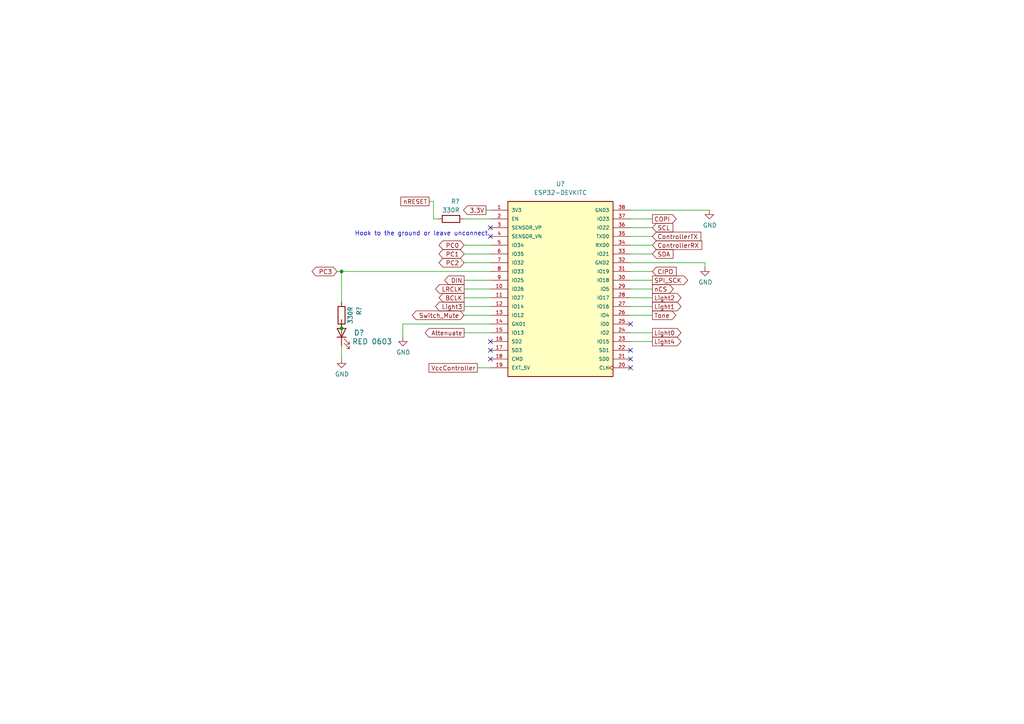
<source format=kicad_sch>
(kicad_sch (version 20211123) (generator eeschema)
  (paper "A4")
  (lib_symbols
    (symbol "Device:LED" (pin_numbers hide) (pin_names (offset 1.016) hide)
      (property "Reference" "D" (at 0 2.54 0))
      (property "Value" "LED" (at 0 -2.54 0))
      (symbol "LED_0_1"
        (polyline (pts (xy -1.27 -1.27) (xy -1.27 1.27)) (stroke (width 0.254)))
        (polyline (pts (xy -1.27 0) (xy 1.27 0)))
        (polyline (pts (xy 1.27 -1.27) (xy 1.27 1.27) (xy -1.27 0) (xy 1.27 -1.27)) (stroke (width 0.254)))
        (polyline (pts (xy -3.048 -0.762) (xy -4.572 -2.286) (xy -3.81 -2.286) (xy -4.572 -2.286) (xy -4.572 -1.524)))
        (polyline (pts (xy -1.778 -0.762) (xy -3.302 -2.286) (xy -2.54 -2.286) (xy -3.302 -2.286) (xy -3.302 -1.524)))
      )
      (symbol "LED_1_1"
        (pin passive line (at -3.81 0 0) (length 2.54) (name "K") (number "1"))
        (pin passive line (at 3.81 0 180) (length 2.54) (name "A") (number "2"))
      )
    )
    (symbol "Device:R" (pin_numbers hide) (pin_names (offset 0))
      (property "Reference" "R" (at 2.032 0 90))
      (property "Value" "R" (at 0 0 90))
      (symbol "R_0_1"
        (rectangle (start -1.016 -2.54) (end 1.016 2.54) (stroke (width 0.254)))
      )
      (symbol "R_1_1"
        (pin passive line (at 0 3.81 270) (length 1.27) (name "~") (number "1"))
        (pin passive line (at 0 -3.81 90) (length 1.27) (name "~") (number "2"))
      )
    )
    (symbol "ESP32-DEVKITC:ESP32-DEVKITC" (pin_names (offset 1.016))
      (property "Reference" "U" (at -15.2572 26.0643 0))
      (property "Value" "ESP32-DEVKITC" (at -15.2563 -27.9698 0))
      (symbol "ESP32-DEVKITC_0_0"
        (rectangle (start -15.24 -25.4) (end 15.24 25.4) (stroke (width 0.254)) (fill (type background)))
        (pin power_in line (at -20.32 22.86 0) (length 5.08) (name "3V3") (number "1"))
        (pin bidirectional line (at -20.32 0 0) (length 5.08) (name "IO26") (number "10"))
        (pin bidirectional line (at -20.32 -2.54 0) (length 5.08) (name "IO27") (number "11"))
        (pin bidirectional line (at -20.32 -5.08 0) (length 5.08) (name "IO14") (number "12"))
        (pin bidirectional line (at -20.32 -7.62 0) (length 5.08) (name "IO12") (number "13"))
        (pin power_in line (at -20.32 -10.16 0) (length 5.08) (name "GND1") (number "14"))
        (pin bidirectional line (at -20.32 -12.7 0) (length 5.08) (name "IO13") (number "15"))
        (pin bidirectional line (at -20.32 -15.24 0) (length 5.08) (name "SD2") (number "16"))
        (pin bidirectional line (at -20.32 -17.78 0) (length 5.08) (name "SD3") (number "17"))
        (pin bidirectional line (at -20.32 -20.32 0) (length 5.08) (name "CMD") (number "18"))
        (pin power_in line (at -20.32 -22.86 0) (length 5.08) (name "EXT_5V") (number "19"))
        (pin input line (at -20.32 20.32 0) (length 5.08) (name "EN") (number "2"))
        (pin input clock (at 20.32 -22.86 180) (length 5.08) (name "CLK") (number "20"))
        (pin bidirectional line (at 20.32 -20.32 180) (length 5.08) (name "SD0") (number "21"))
        (pin bidirectional line (at 20.32 -17.78 180) (length 5.08) (name "SD1") (number "22"))
        (pin bidirectional line (at 20.32 -15.24 180) (length 5.08) (name "IO15") (number "23"))
        (pin bidirectional line (at 20.32 -12.7 180) (length 5.08) (name "IO2") (number "24"))
        (pin bidirectional line (at 20.32 -10.16 180) (length 5.08) (name "IO0") (number "25"))
        (pin bidirectional line (at 20.32 -7.62 180) (length 5.08) (name "IO4") (number "26"))
        (pin bidirectional line (at 20.32 -5.08 180) (length 5.08) (name "IO16") (number "27"))
        (pin bidirectional line (at 20.32 -2.54 180) (length 5.08) (name "IO17") (number "28"))
        (pin bidirectional line (at 20.32 0 180) (length 5.08) (name "IO5") (number "29"))
        (pin input line (at -20.32 17.78 0) (length 5.08) (name "SENSOR_VP") (number "3"))
        (pin bidirectional line (at 20.32 2.54 180) (length 5.08) (name "IO18") (number "30"))
        (pin bidirectional line (at 20.32 5.08 180) (length 5.08) (name "IO19") (number "31"))
        (pin power_in line (at 20.32 7.62 180) (length 5.08) (name "GND2") (number "32"))
        (pin bidirectional line (at 20.32 10.16 180) (length 5.08) (name "IO21") (number "33"))
        (pin input line (at 20.32 12.7 180) (length 5.08) (name "RXD0") (number "34"))
        (pin output line (at 20.32 15.24 180) (length 5.08) (name "TXD0") (number "35"))
        (pin bidirectional line (at 20.32 17.78 180) (length 5.08) (name "IO22") (number "36"))
        (pin bidirectional line (at 20.32 20.32 180) (length 5.08) (name "IO23") (number "37"))
        (pin power_in line (at 20.32 22.86 180) (length 5.08) (name "GND3") (number "38"))
        (pin input line (at -20.32 15.24 0) (length 5.08) (name "SENSOR_VN") (number "4"))
        (pin bidirectional line (at -20.32 12.7 0) (length 5.08) (name "IO34") (number "5"))
        (pin bidirectional line (at -20.32 10.16 0) (length 5.08) (name "IO35") (number "6"))
        (pin bidirectional line (at -20.32 7.62 0) (length 5.08) (name "IO32") (number "7"))
        (pin bidirectional line (at -20.32 5.08 0) (length 5.08) (name "IO33") (number "8"))
        (pin bidirectional line (at -20.32 2.54 0) (length 5.08) (name "IO25") (number "9"))
      )
    )
    (symbol "power:GND" (power) (pin_names (offset 0))
      (property "Value" "GND" (at 0 -3.81 0))
      (symbol "GND_0_1"
        (polyline (pts (xy 0 0) (xy 0 -1.27) (xy 1.27 -1.27) (xy 0 -2.54) (xy -1.27 -1.27) (xy 0 -1.27)))
      )
      (symbol "GND_1_1"
        (pin power_in line (at 0 0 270) (length 0) hide (name "GND") (number "1"))
      )
    )
  )
  (junction (at 99.06 95.25))
  (junction (at 99.06 78.74))
  (no_connect (at 182.88 104.14))
  (no_connect (at 142.24 101.6))
  (no_connect (at 142.24 66.04))
  (no_connect (at 182.88 106.68))
  (no_connect (at 142.24 104.14))
  (no_connect (at 142.24 68.58))
  (no_connect (at 182.88 101.6))
  (no_connect (at 182.88 93.98))
  (no_connect (at 142.24 99.06))
  (wire (pts (xy 99.06 96.52) (xy 99.06 95.25)))
  (wire (pts (xy 182.88 76.2) (xy 204.47 76.2)))
  (wire (pts (xy 134.62 91.44) (xy 142.24 91.44)))
  (wire (pts (xy 134.62 76.2) (xy 142.24 76.2)))
  (wire (pts (xy 182.88 63.5) (xy 189.23 63.5)))
  (wire (pts (xy 140.97 60.96) (xy 142.24 60.96)))
  (wire (pts (xy 116.84 93.98) (xy 116.84 97.79)))
  (wire (pts (xy 182.88 66.04) (xy 189.23 66.04)))
  (wire (pts (xy 99.06 78.74) (xy 97.79 78.74)))
  (wire (pts (xy 138.43 106.68) (xy 142.24 106.68)))
  (wire (pts (xy 182.88 81.28) (xy 189.23 81.28)))
  (wire (pts (xy 182.88 71.12) (xy 189.23 71.12)))
  (wire (pts (xy 204.47 76.2) (xy 204.47 77.47)))
  (wire (pts (xy 182.88 91.44) (xy 189.23 91.44)))
  (wire (pts (xy 125.73 58.42) (xy 125.73 63.5)))
  (wire (pts (xy 182.88 86.36) (xy 189.23 86.36)))
  (wire (pts (xy 134.62 88.9) (xy 142.24 88.9)))
  (wire (pts (xy 182.88 60.96) (xy 205.74 60.96)))
  (wire (pts (xy 182.88 88.9) (xy 189.23 88.9)))
  (wire (pts (xy 182.88 68.58) (xy 189.23 68.58)))
  (wire (pts (xy 134.62 63.5) (xy 142.24 63.5)))
  (wire (pts (xy 124.46 58.42) (xy 125.73 58.42)))
  (wire (pts (xy 142.24 93.98) (xy 116.84 93.98)))
  (wire (pts (xy 182.88 73.66) (xy 189.23 73.66)))
  (wire (pts (xy 134.62 71.12) (xy 142.24 71.12)))
  (wire (pts (xy 182.88 99.06) (xy 189.23 99.06)))
  (wire (pts (xy 134.62 73.66) (xy 142.24 73.66)))
  (wire (pts (xy 182.88 83.82) (xy 189.23 83.82)))
  (wire (pts (xy 134.62 81.28) (xy 142.24 81.28)))
  (wire (pts (xy 182.88 96.52) (xy 189.23 96.52)))
  (wire (pts (xy 99.06 78.74) (xy 99.06 87.63)))
  (wire (pts (xy 182.88 78.74) (xy 189.23 78.74)))
  (wire (pts (xy 99.06 78.74) (xy 142.24 78.74)))
  (wire (pts (xy 134.62 86.36) (xy 142.24 86.36)))
  (wire (pts (xy 99.06 95.25) (xy 99.06 92.71)))
  (wire (pts (xy 125.73 63.5) (xy 127 63.5)))
  (wire (pts (xy 99.06 104.14) (xy 99.06 100.33)))
  (wire (pts (xy 134.62 83.82) (xy 142.24 83.82)))
  (wire (pts (xy 134.62 96.52) (xy 142.24 96.52)))
  (text "Hook to the ground or leave unconnect" (at 102.87 68.58 0) (effects (font (size 1.27 1.27)) (justify left bottom)))
  (global_label "nRESET" (shape passive) (at 124.46 58.42 180) (property "Intersheet References" "${INTERSHEET_REFS}" (effects hide)))
  (global_label "VccController" (shape passive) (at 138.43 106.68 180) (property "Intersheet References" "${INTERSHEET_REFS}" (effects hide)))
  (global_label "SCL" (shape input) (at 189.23 66.04 0) (property "Intersheet References" "${INTERSHEET_REFS}" (effects hide)))
  (global_label "Light0" (shape output) (at 189.23 96.52 0) (property "Intersheet References" "${INTERSHEET_REFS}" (effects hide)))
  (global_label "Attenuate" (shape output) (at 134.62 96.52 180) (property "Intersheet References" "${INTERSHEET_REFS}" (effects hide)))
  (global_label "PC3" (shape bidirectional) (at 97.79 78.74 180) (property "Intersheet References" "${INTERSHEET_REFS}" (effects hide)))
  (global_label "Tone" (shape output) (at 189.23 91.44 0) (property "Intersheet References" "${INTERSHEET_REFS}" (effects hide)))
  (global_label "nCS" (shape output) (at 189.23 83.82 0) (property "Intersheet References" "${INTERSHEET_REFS}" (effects hide)))
  (global_label "LRCLK" (shape output) (at 134.62 83.82 180) (property "Intersheet References" "${INTERSHEET_REFS}" (effects hide)))
  (global_label "DIN" (shape output) (at 134.62 81.28 180) (property "Intersheet References" "${INTERSHEET_REFS}" (effects hide)))
  (global_label "Switch_Mute" (shape bidirectional) (at 134.62 91.44 180) (property "Intersheet References" "${INTERSHEET_REFS}" (effects hide)))
  (global_label "BCLK" (shape output) (at 134.62 86.36 180) (property "Intersheet References" "${INTERSHEET_REFS}" (effects hide)))
  (global_label "PC0" (shape bidirectional) (at 134.62 71.12 180) (property "Intersheet References" "${INTERSHEET_REFS}" (effects hide)))
  (global_label "CIPO" (shape input) (at 189.23 78.74 0) (property "Intersheet References" "${INTERSHEET_REFS}" (effects hide)))
  (global_label "Light4" (shape output) (at 189.23 99.06 0) (property "Intersheet References" "${INTERSHEET_REFS}" (effects hide)))
  (global_label "SPI_SCK" (shape output) (at 189.23 81.28 0) (property "Intersheet References" "${INTERSHEET_REFS}" (effects hide)))
  (global_label "ControllerTX" (shape input) (at 189.23 68.58 0) (property "Intersheet References" "${INTERSHEET_REFS}" (effects hide)))
  (global_label "ControllerRX" (shape input) (at 189.23 71.12 0) (property "Intersheet References" "${INTERSHEET_REFS}" (effects hide)))
  (global_label "Light2" (shape output) (at 189.23 86.36 0) (property "Intersheet References" "${INTERSHEET_REFS}" (effects hide)))
  (global_label "COPI" (shape output) (at 189.23 63.5 0) (property "Intersheet References" "${INTERSHEET_REFS}" (effects hide)))
  (global_label "SDA" (shape input) (at 189.23 73.66 0) (property "Intersheet References" "${INTERSHEET_REFS}" (effects hide)))
  (global_label "PC2" (shape bidirectional) (at 134.62 76.2 180) (property "Intersheet References" "${INTERSHEET_REFS}" (effects hide)))
  (global_label "3.3V" (shape output) (at 140.97 60.96 180) (property "Intersheet References" "${INTERSHEET_REFS}" (effects hide)))
  (global_label "Light1" (shape output) (at 189.23 88.9 0) (property "Intersheet References" "${INTERSHEET_REFS}" (effects hide)))
  (global_label "Light3" (shape output) (at 134.62 88.9 180) (property "Intersheet References" "${INTERSHEET_REFS}" (effects hide)))
  (global_label "PC1" (shape bidirectional) (at 134.62 73.66 180) (property "Intersheet References" "${INTERSHEET_REFS}" (effects hide)))
  (symbol (lib_id "Device:LED") (at 99.06 96.52 90) (unit 1)
    (property "Reference" "D?" (at 104.14 96.52 90) (effects (font (size 1.524 1.524))))
    (property "Value" "RED 0603" (at 107.95 99.06 90) (effects (font (size 1.524 1.524))))
    (property "Footprint" "LED_SMD:LED_0603_1608Metric_Pad1.05x0.95mm_HandSolder" (effects hide))
    (property "Distributor 1" "JLCPCB" (effects hide))
    (property "Distributor 1 PN" "C2286" (effects hide))
    (property "MPN" "LTST-C171KRKT" (effects hide))
    (property "Category" "Optoelectronics" (effects hide))
    (property "Family" "LED Indication - Discrete" (effects hide))
    (property "Description" "LED RED CLEAR SMD" (effects hide))
    (property "Manufacturer" "Lite-On Inc." (effects hide))
    (property "Status" "Active" (effects hide))
    (property "DK_Datasheet_Link" "http://optoelectronics.liteon.com/upload/download/DS22-2000-109/LTST-C171KRKT.pdf" (effects hide))
    (property "DK_Detail_Page" "/product-detail/en/lite-on-inc/LTST-C171KRKT/160-1427-1-ND/386800" (effects hide))
    (property "Digi-Key_PN" "160-1427-1-ND" (effects hide))
    (property "AssemblyType" "HAND" (effects hide))
    (property "Cost" "0.0054" (effects hide))
  )
  (symbol (lib_id "power:GND") (at 205.74 60.96 0) (unit 1)
    (property "Reference" "#PWR?" (effects hide))
    (property "Value" "GND" (at 205.867 65.3542 0))
  )
  (symbol (lib_id "ESP32-DEVKITC:ESP32-DEVKITC") (at 162.56 83.82 0) (unit 1)
    (property "Reference" "U?" (at 162.56 53.34 0))
    (property "Value" "ESP32-DEVKITC" (at 162.56 55.88 0))
    (property "Footprint" "MODULE_ESP32-DEVKITC" (effects hide))
    (property "STANDARD" "Manufacturer Recommendations" (effects hide))
    (property "PARTREV" "N/A" (effects hide))
    (property "MANUFACTURER" "ESPRESSIF" (effects hide))
  )
  (symbol (lib_id "Device:R") (at 99.06 91.44 180) (unit 1)
    (property "Reference" "R?" (at 104.14 90.17 90))
    (property "Value" "330R" (at 101.6 91.44 90))
    (property "Footprint" "Resistor_SMD:R_0603_1608Metric_Pad0.98x0.95mm_HandSolder" (effects hide))
    (property "Distributor 1" "JLCPCB" (effects hide))
    (property "Distributor 1 PN" "C269711" (effects hide))
    (property "Manufacturer" "TyoHM" (effects hide))
    (property "MPN" "RMC06033301%N" (effects hide))
    (property "Description" "0.1W ±1% 330Ω 0603 Chip Resistor - Surface Mount ROHS" (effects hide))
    (property "AssemblyType" "SMT" (effects hide))
    (property "Cost" "0.0015" (effects hide))
  )
  (symbol (lib_id "power:GND") (at 204.47 77.47 0) (unit 1)
    (property "Reference" "#PWR?" (effects hide))
    (property "Value" "GND" (at 204.597 81.8642 0))
  )
  (symbol (lib_id "Device:R") (at 130.81 63.5 90) (mirror x) (unit 1)
    (property "Reference" "R?" (at 132.08 58.42 90))
    (property "Value" "330R" (at 130.81 60.96 90))
    (property "Footprint" "Resistor_SMD:R_0603_1608Metric_Pad0.98x0.95mm_HandSolder" (effects hide))
    (property "Distributor 1" "JLCPCB" (effects hide))
    (property "Distributor 1 PN" "C269711" (effects hide))
    (property "Manufacturer" "TyoHM" (effects hide))
    (property "MPN" "RMC06033301%N" (effects hide))
    (property "Description" "0.1W ±1% 330Ω 0603 Chip Resistor - Surface Mount ROHS" (effects hide))
    (property "AssemblyType" "SMT" (effects hide))
    (property "Cost" "0.0015" (effects hide))
  )
  (symbol (lib_id "power:GND") (at 99.06 104.14 0) (unit 1)
    (property "Reference" "#PWR?" (effects hide))
    (property "Value" "GND" (at 99.187 108.5342 0))
  )
  (symbol (lib_id "power:GND") (at 116.84 97.79 0) (unit 1)
    (property "Reference" "#PWR?" (effects hide))
    (property "Value" "GND" (at 116.967 102.1842 0))
  )
)
</source>
